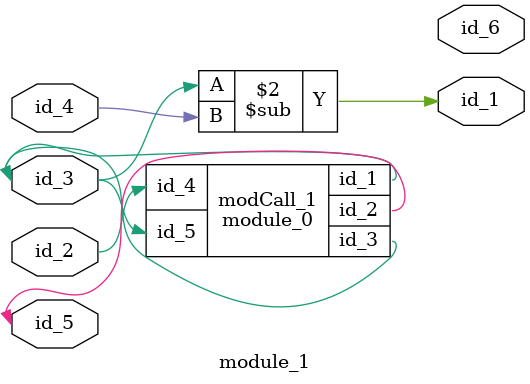
<source format=v>
module module_0 (
    id_1,
    id_2,
    id_3,
    id_4,
    id_5
);
  input wire id_5;
  input wire id_4;
  output wire id_3;
  inout wire id_2;
  output wire id_1;
  localparam id_6 = -1;
endmodule
module module_1 (
    id_1,
    id_2,
    id_3,
    id_4,
    id_5,
    id_6
);
  output wire id_6;
  inout wire id_5;
  input wire id_4;
  inout wire id_3;
  input wire id_2;
  output wire id_1;
  always id_1 <= #1 id_3 - id_4;
  module_0 modCall_1 (
      id_3,
      id_5,
      id_3,
      id_2,
      id_3
  );
endmodule

</source>
